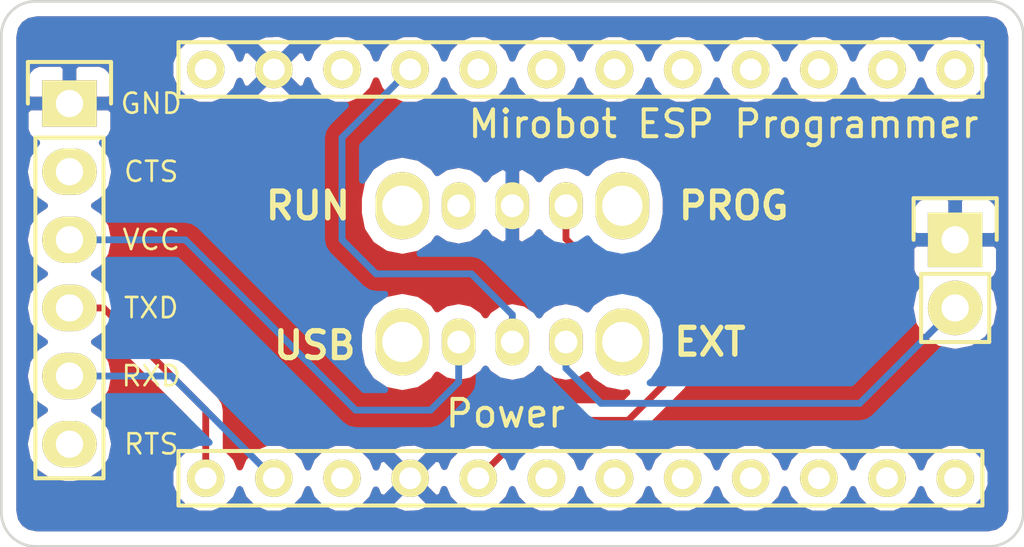
<source format=kicad_pcb>
(kicad_pcb (version 4) (host pcbnew "(2014-12-16 BZR 5324)-product")

  (general
    (links 10)
    (no_connects 0)
    (area 128.219999 93.929999 166.420001 114.350001)
    (thickness 1.6)
    (drawings 20)
    (tracks 28)
    (zones 0)
    (modules 5)
    (nets 8)
  )

  (page A4)
  (layers
    (0 F.Cu signal)
    (31 B.Cu signal)
    (32 B.Adhes user)
    (33 F.Adhes user)
    (34 B.Paste user)
    (35 F.Paste user)
    (36 B.SilkS user)
    (37 F.SilkS user)
    (38 B.Mask user)
    (39 F.Mask user)
    (40 Dwgs.User user)
    (41 Cmts.User user)
    (42 Eco1.User user)
    (43 Eco2.User user)
    (44 Edge.Cuts user)
    (45 Margin user)
    (46 B.CrtYd user)
    (47 F.CrtYd user)
    (48 B.Fab user)
    (49 F.Fab user)
  )

  (setup
    (last_trace_width 0.254)
    (trace_clearance 0.254)
    (zone_clearance 0.508)
    (zone_45_only no)
    (trace_min 0.254)
    (segment_width 0.2)
    (edge_width 0.1)
    (via_size 0.889)
    (via_drill 0.635)
    (via_min_size 0.889)
    (via_min_drill 0.508)
    (uvia_size 0.508)
    (uvia_drill 0.127)
    (uvias_allowed no)
    (uvia_min_size 0.508)
    (uvia_min_drill 0.127)
    (pcb_text_width 0.3)
    (pcb_text_size 1.5 1.5)
    (mod_edge_width 0.15)
    (mod_text_size 1 1)
    (mod_text_width 0.15)
    (pad_size 1.397 1.397)
    (pad_drill 0.8128)
    (pad_to_mask_clearance 0)
    (aux_axis_origin 0 0)
    (visible_elements FFFFFF7F)
    (pcbplotparams
      (layerselection 0x010e0_80000001)
      (usegerberextensions true)
      (excludeedgelayer true)
      (linewidth 0.100000)
      (plotframeref false)
      (viasonmask false)
      (mode 1)
      (useauxorigin false)
      (hpglpennumber 1)
      (hpglpenspeed 20)
      (hpglpendiameter 15)
      (hpglpenoverlay 2)
      (psnegative false)
      (psa4output false)
      (plotreference true)
      (plotvalue true)
      (plotinvisibletext false)
      (padsonsilk false)
      (subtractmaskfromsilk false)
      (outputformat 1)
      (mirror false)
      (drillshape 0)
      (scaleselection 1)
      (outputdirectory output/))
  )

  (net 0 "")
  (net 1 "Net-(IC1-Pad1)")
  (net 2 "Net-(IC1-Pad2)")
  (net 3 "Net-(IC1-Pad21)")
  (net 4 GND)
  (net 5 "Net-(P1-Pad3)")
  (net 6 "Net-(P2-Pad2)")
  (net 7 "Net-(IC1-Pad5)")

  (net_class Default "This is the default net class."
    (clearance 0.254)
    (trace_width 0.254)
    (via_dia 0.889)
    (via_drill 0.635)
    (uvia_dia 0.508)
    (uvia_drill 0.127)
    (add_net GND)
    (add_net "Net-(IC1-Pad1)")
    (add_net "Net-(IC1-Pad2)")
    (add_net "Net-(IC1-Pad21)")
    (add_net "Net-(IC1-Pad5)")
    (add_net "Net-(P1-Pad3)")
    (add_net "Net-(P2-Pad2)")
  )

  (module Pin_Headers:Pin_Header_Straight_1x06 (layer F.Cu) (tedit 5578762C) (tstamp 5578734A)
    (at 130.81 97.79)
    (descr "Through hole pin header")
    (tags "pin header")
    (path /5578734A)
    (fp_text reference P1 (at 0 -5.1) (layer F.SilkS) hide
      (effects (font (size 1 1) (thickness 0.15)))
    )
    (fp_text value CONN_01X06 (at 0 -3.1) (layer F.Fab) hide
      (effects (font (size 1 1) (thickness 0.15)))
    )
    (fp_line (start -1.75 -1.75) (end -1.75 14.45) (layer F.CrtYd) (width 0.05))
    (fp_line (start 1.75 -1.75) (end 1.75 14.45) (layer F.CrtYd) (width 0.05))
    (fp_line (start -1.75 -1.75) (end 1.75 -1.75) (layer F.CrtYd) (width 0.05))
    (fp_line (start -1.75 14.45) (end 1.75 14.45) (layer F.CrtYd) (width 0.05))
    (fp_line (start 1.27 1.27) (end 1.27 13.97) (layer F.SilkS) (width 0.15))
    (fp_line (start 1.27 13.97) (end -1.27 13.97) (layer F.SilkS) (width 0.15))
    (fp_line (start -1.27 13.97) (end -1.27 1.27) (layer F.SilkS) (width 0.15))
    (fp_line (start 1.55 -1.55) (end 1.55 0) (layer F.SilkS) (width 0.15))
    (fp_line (start 1.27 1.27) (end -1.27 1.27) (layer F.SilkS) (width 0.15))
    (fp_line (start -1.55 0) (end -1.55 -1.55) (layer F.SilkS) (width 0.15))
    (fp_line (start -1.55 -1.55) (end 1.55 -1.55) (layer F.SilkS) (width 0.15))
    (pad 1 thru_hole rect (at 0 0) (size 2.032 1.7272) (drill 1.016) (layers *.Cu *.Mask F.SilkS)
      (net 4 GND))
    (pad 2 thru_hole oval (at 0 2.54) (size 2.032 1.7272) (drill 1.016) (layers *.Cu *.Mask F.SilkS))
    (pad 3 thru_hole oval (at 0 5.08) (size 2.032 1.7272) (drill 1.016) (layers *.Cu *.Mask F.SilkS)
      (net 5 "Net-(P1-Pad3)"))
    (pad 4 thru_hole oval (at 0 7.62) (size 2.032 1.7272) (drill 1.016) (layers *.Cu *.Mask F.SilkS)
      (net 1 "Net-(IC1-Pad1)"))
    (pad 5 thru_hole oval (at 0 10.16) (size 2.032 1.7272) (drill 1.016) (layers *.Cu *.Mask F.SilkS)
      (net 2 "Net-(IC1-Pad2)"))
    (pad 6 thru_hole oval (at 0 12.7) (size 2.032 1.7272) (drill 1.016) (layers *.Cu *.Mask F.SilkS))
    (model Pin_Headers.3dshapes/Pin_Header_Straight_1x06.wrl
      (at (xyz 0 -0.25 0))
      (scale (xyz 1 1 1))
      (rotate (xyz 0 0 90))
    )
  )

  (module Pin_Headers:Pin_Header_Straight_1x02 (layer F.Cu) (tedit 5578B456) (tstamp 5578A9FE)
    (at 163.83 102.87)
    (descr "Through hole pin header")
    (tags "pin header")
    (path /5578A9D8)
    (fp_text reference P2 (at 0 -5.1) (layer F.SilkS) hide
      (effects (font (size 1 1) (thickness 0.15)))
    )
    (fp_text value CONN_01X02 (at 0 -3.1) (layer F.Fab) hide
      (effects (font (size 1 1) (thickness 0.15)))
    )
    (fp_line (start 1.27 1.27) (end 1.27 3.81) (layer F.SilkS) (width 0.15))
    (fp_line (start 1.55 -1.55) (end 1.55 0) (layer F.SilkS) (width 0.15))
    (fp_line (start -1.75 -1.75) (end -1.75 4.3) (layer F.CrtYd) (width 0.05))
    (fp_line (start 1.75 -1.75) (end 1.75 4.3) (layer F.CrtYd) (width 0.05))
    (fp_line (start -1.75 -1.75) (end 1.75 -1.75) (layer F.CrtYd) (width 0.05))
    (fp_line (start -1.75 4.3) (end 1.75 4.3) (layer F.CrtYd) (width 0.05))
    (fp_line (start 1.27 1.27) (end -1.27 1.27) (layer F.SilkS) (width 0.15))
    (fp_line (start -1.55 0) (end -1.55 -1.55) (layer F.SilkS) (width 0.15))
    (fp_line (start -1.55 -1.55) (end 1.55 -1.55) (layer F.SilkS) (width 0.15))
    (fp_line (start -1.27 1.27) (end -1.27 3.81) (layer F.SilkS) (width 0.15))
    (fp_line (start -1.27 3.81) (end 1.27 3.81) (layer F.SilkS) (width 0.15))
    (pad 1 thru_hole rect (at 0 0) (size 2.032 2.032) (drill 1.016) (layers *.Cu *.Mask F.SilkS)
      (net 4 GND))
    (pad 2 thru_hole oval (at 0 2.54) (size 2.032 2.032) (drill 1.016) (layers *.Cu *.Mask F.SilkS)
      (net 6 "Net-(P2-Pad2)"))
    (model Pin_Headers.3dshapes/Pin_Header_Straight_1x02.wrl
      (at (xyz 0 -0.05 0))
      (scale (xyz 1 1 1))
      (rotate (xyz 0 0 90))
    )
  )

  (module Mirobot:ARDUINO_PRO_MINI (layer F.Cu) (tedit 55795ED4) (tstamp 55795EBA)
    (at 149.86 104.14)
    (path /55787321)
    (fp_text reference IC1 (at 0 3.81) (layer F.SilkS) hide
      (effects (font (size 1 1) (thickness 0.15)))
    )
    (fp_text value ARDUINO_PRO_MINI_BASIC (at 0 -3.81) (layer F.SilkS) hide
      (effects (font (size 1 1) (thickness 0.15)))
    )
    (fp_line (start 14.986 8.636) (end -14.986 8.636) (layer F.SilkS) (width 0.15))
    (fp_line (start 14.986 6.604) (end 14.986 8.636) (layer F.SilkS) (width 0.15))
    (fp_line (start -14.986 6.604) (end 14.986 6.604) (layer F.SilkS) (width 0.15))
    (fp_line (start -14.986 6.604) (end -14.986 8.636) (layer F.SilkS) (width 0.15))
    (fp_line (start -14.986 8.636) (end -14.986 6.604) (layer F.SilkS) (width 0.15))
    (fp_line (start 14.986 -8.636) (end 14.986 -6.604) (layer F.SilkS) (width 0.15))
    (fp_line (start -14.986 -6.604) (end 14.986 -6.604) (layer F.SilkS) (width 0.15))
    (fp_line (start -14.986 -8.636) (end -14.986 -6.604) (layer F.SilkS) (width 0.15))
    (fp_line (start 14.986 -8.636) (end -14.986 -8.636) (layer F.SilkS) (width 0.15))
    (pad 1 thru_hole circle (at -13.97 7.62) (size 1.397 1.397) (drill 0.8128) (layers *.Cu *.Mask F.SilkS)
      (net 1 "Net-(IC1-Pad1)"))
    (pad 2 thru_hole circle (at -11.43 7.62) (size 1.397 1.397) (drill 0.8128) (layers *.Cu *.Mask F.SilkS)
      (net 2 "Net-(IC1-Pad2)"))
    (pad 3 thru_hole circle (at -8.89 7.62) (size 1.397 1.397) (drill 0.8128) (layers *.Cu *.Mask F.SilkS))
    (pad 4 thru_hole circle (at -6.35 7.62) (size 1.397 1.397) (drill 0.8128) (layers *.Cu *.Mask F.SilkS)
      (net 4 GND))
    (pad 5 thru_hole circle (at -3.81 7.62) (size 1.397 1.397) (drill 0.8128) (layers *.Cu *.Mask F.SilkS)
      (net 7 "Net-(IC1-Pad5)"))
    (pad 6 thru_hole circle (at -1.27 7.62) (size 1.397 1.397) (drill 0.8128) (layers *.Cu *.Mask F.SilkS))
    (pad 7 thru_hole circle (at 1.27 7.62) (size 1.397 1.397) (drill 0.8128) (layers *.Cu *.Mask F.SilkS))
    (pad 8 thru_hole circle (at 3.81 7.62) (size 1.397 1.397) (drill 0.8128) (layers *.Cu *.Mask F.SilkS))
    (pad 9 thru_hole circle (at 6.35 7.62) (size 1.397 1.397) (drill 0.8128) (layers *.Cu *.Mask F.SilkS))
    (pad 10 thru_hole circle (at 8.89 7.62) (size 1.397 1.397) (drill 0.8128) (layers *.Cu *.Mask F.SilkS))
    (pad 11 thru_hole circle (at 11.43 7.62) (size 1.397 1.397) (drill 0.8128) (layers *.Cu *.Mask F.SilkS))
    (pad 12 thru_hole circle (at 13.97 7.62) (size 1.397 1.397) (drill 0.8128) (layers *.Cu *.Mask F.SilkS))
    (pad 13 thru_hole circle (at 13.97 -7.62) (size 1.397 1.397) (drill 0.8128) (layers *.Cu *.Mask F.SilkS))
    (pad 14 thru_hole circle (at 11.43 -7.62) (size 1.397 1.397) (drill 0.8128) (layers *.Cu *.Mask F.SilkS))
    (pad 15 thru_hole circle (at 8.89 -7.62) (size 1.397 1.397) (drill 0.8128) (layers *.Cu *.Mask F.SilkS))
    (pad 16 thru_hole circle (at 6.35 -7.62) (size 1.397 1.397) (drill 0.8128) (layers *.Cu *.Mask F.SilkS))
    (pad 17 thru_hole circle (at 3.81 -7.62) (size 1.397 1.397) (drill 0.8128) (layers *.Cu *.Mask F.SilkS))
    (pad 18 thru_hole circle (at 1.27 -7.62) (size 1.397 1.397) (drill 0.8128) (layers *.Cu *.Mask F.SilkS))
    (pad 19 thru_hole circle (at -1.27 -7.62) (size 1.397 1.397) (drill 0.8128) (layers *.Cu *.Mask F.SilkS))
    (pad 20 thru_hole circle (at -3.81 -7.62) (size 1.397 1.397) (drill 0.8128) (layers *.Cu *.Mask F.SilkS))
    (pad 21 thru_hole circle (at -6.35 -7.62) (size 1.397 1.397) (drill 0.8128) (layers *.Cu *.Mask F.SilkS)
      (net 3 "Net-(IC1-Pad21)"))
    (pad 22 thru_hole circle (at -8.89 -7.62) (size 1.397 1.397) (drill 0.8128) (layers *.Cu *.Mask F.SilkS))
    (pad 23 thru_hole circle (at -11.43 -7.62) (size 1.397 1.397) (drill 0.8128) (layers *.Cu *.Mask F.SilkS)
      (net 4 GND))
    (pad 24 thru_hole circle (at -13.97 -7.62) (size 1.397 1.397) (drill 0.8128) (layers *.Cu *.Mask F.SilkS))
  )

  (module Mirobot:SMALL_SLIDE_SWITCH (layer F.Cu) (tedit 55795EC8) (tstamp 55795ED5)
    (at 147.32 106.68 180)
    (path /557878D6)
    (fp_text reference SW1 (at 0 -3.81 180) (layer F.SilkS) hide
      (effects (font (size 1 1) (thickness 0.15)))
    )
    (fp_text value SWITCH_SPDT (at 0 3.81 180) (layer F.SilkS) hide
      (effects (font (size 1 1) (thickness 0.15)))
    )
    (fp_line (start -4.3 -2.2) (end -4.3 2.2) (layer Cmts.User) (width 0.15))
    (fp_line (start -4.3 2.2) (end 4.3 2.2) (layer Cmts.User) (width 0.15))
    (fp_line (start 4.3 2.2) (end 4.3 -2.2) (layer Cmts.User) (width 0.15))
    (fp_line (start 4.3 -2.2) (end -4.3 -2.2) (layer Cmts.User) (width 0.15))
    (pad 2 thru_hole oval (at 0 0 180) (size 1.25 1.75) (drill 0.85) (layers *.Cu *.Mask F.SilkS)
      (net 3 "Net-(IC1-Pad21)"))
    (pad 1 thru_hole oval (at 2 0 180) (size 1.25 1.75) (drill 0.85) (layers *.Cu *.Mask F.SilkS)
      (net 5 "Net-(P1-Pad3)"))
    (pad 3 thru_hole oval (at -2 0 180) (size 1.25 1.75) (drill 0.85) (layers *.Cu *.Mask F.SilkS)
      (net 6 "Net-(P2-Pad2)"))
    (pad 4 thru_hole oval (at 4.1 0 180) (size 2 2.5) (drill 1.5) (layers *.Cu *.Mask F.SilkS))
    (pad 5 thru_hole oval (at -4.1 0 180) (size 2 2.5) (drill 1.5) (layers *.Cu *.Mask F.SilkS))
  )

  (module Mirobot:SMALL_SLIDE_SWITCH (layer F.Cu) (tedit 55795ECC) (tstamp 55795EDD)
    (at 147.32 101.6)
    (path /557876A1)
    (fp_text reference SW2 (at 0 -3.81) (layer F.SilkS) hide
      (effects (font (size 1 1) (thickness 0.15)))
    )
    (fp_text value SWITCH_SPDT (at 0 3.81) (layer F.SilkS) hide
      (effects (font (size 1 1) (thickness 0.15)))
    )
    (fp_line (start -4.3 -2.2) (end -4.3 2.2) (layer Cmts.User) (width 0.15))
    (fp_line (start -4.3 2.2) (end 4.3 2.2) (layer Cmts.User) (width 0.15))
    (fp_line (start 4.3 2.2) (end 4.3 -2.2) (layer Cmts.User) (width 0.15))
    (fp_line (start 4.3 -2.2) (end -4.3 -2.2) (layer Cmts.User) (width 0.15))
    (pad 2 thru_hole oval (at 0 0) (size 1.25 1.75) (drill 0.85) (layers *.Cu *.Mask F.SilkS)
      (net 4 GND))
    (pad 1 thru_hole oval (at 2 0) (size 1.25 1.75) (drill 0.85) (layers *.Cu *.Mask F.SilkS)
      (net 7 "Net-(IC1-Pad5)"))
    (pad 3 thru_hole oval (at -2 0) (size 1.25 1.75) (drill 0.85) (layers *.Cu *.Mask F.SilkS))
    (pad 4 thru_hole oval (at 4.1 0) (size 2 2.5) (drill 1.5) (layers *.Cu *.Mask F.SilkS))
    (pad 5 thru_hole oval (at -4.1 0) (size 2 2.5) (drill 1.5) (layers *.Cu *.Mask F.SilkS))
  )

  (gr_text Power (at 147.066 109.347) (layer F.SilkS)
    (effects (font (size 1 1) (thickness 0.15)))
  )
  (gr_text "Mirobot ESP Programmer" (at 155.194 98.552) (layer F.SilkS)
    (effects (font (size 1 1) (thickness 0.15)))
  )
  (gr_arc (start 165.1 95.25) (end 165.1 93.98) (angle 90) (layer Edge.Cuts) (width 0.1))
  (gr_arc (start 165.1 113.03) (end 166.37 113.03) (angle 90) (layer Edge.Cuts) (width 0.1))
  (gr_arc (start 129.54 113.03) (end 129.54 114.3) (angle 90) (layer Edge.Cuts) (width 0.1))
  (gr_arc (start 129.54 95.25) (end 128.27 95.25) (angle 90) (layer Edge.Cuts) (width 0.1))
  (gr_text RTS (at 133.858 110.49) (layer F.SilkS)
    (effects (font (size 0.75 0.75) (thickness 0.1)))
  )
  (gr_text RXD (at 133.858 107.95) (layer F.SilkS)
    (effects (font (size 0.75 0.75) (thickness 0.1)))
  )
  (gr_text TXD (at 133.858 105.41) (layer F.SilkS)
    (effects (font (size 0.75 0.75) (thickness 0.1)))
  )
  (gr_text VCC (at 133.858 102.87) (layer F.SilkS)
    (effects (font (size 0.75 0.75) (thickness 0.1)))
  )
  (gr_text CTS (at 133.858 100.33) (layer F.SilkS)
    (effects (font (size 0.75 0.75) (thickness 0.1)))
  )
  (gr_text USB (at 139.954 106.807) (layer F.SilkS)
    (effects (font (size 1 1) (thickness 0.2)))
  )
  (gr_text PROG (at 155.575 101.6) (layer F.SilkS)
    (effects (font (size 1 1) (thickness 0.2)))
  )
  (gr_text "GND\n" (at 133.858 97.79) (layer F.SilkS)
    (effects (font (size 0.75 0.75) (thickness 0.1)))
  )
  (gr_text RUN (at 139.7 101.6) (layer F.SilkS)
    (effects (font (size 1 1) (thickness 0.2)))
  )
  (gr_text EXT (at 154.686 106.68) (layer F.SilkS)
    (effects (font (size 1 1) (thickness 0.2)))
  )
  (gr_line (start 129.54 114.3) (end 165.1 114.3) (angle 90) (layer Edge.Cuts) (width 0.1))
  (gr_line (start 128.27 95.25) (end 128.27 113.03) (angle 90) (layer Edge.Cuts) (width 0.1))
  (gr_line (start 165.1 93.98) (end 129.54 93.98) (angle 90) (layer Edge.Cuts) (width 0.1) (tstamp 557945D6))
  (gr_line (start 166.37 113.03) (end 166.37 95.25) (angle 90) (layer Edge.Cuts) (width 0.1) (tstamp 557945A9))

  (segment (start 130.81 105.41) (end 132.08 105.41) (width 0.254) (layer F.Cu) (net 1) (status 10))
  (segment (start 135.89 109.22) (end 135.89 111.76) (width 0.254) (layer F.Cu) (net 1) (tstamp 55787479) (status 20))
  (segment (start 132.08 105.41) (end 135.89 109.22) (width 0.254) (layer F.Cu) (net 1) (tstamp 55787474))
  (segment (start 130.81 107.95) (end 134.62 107.95) (width 0.254) (layer B.Cu) (net 2) (status 10))
  (segment (start 134.62 107.95) (end 138.43 111.76) (width 0.254) (layer B.Cu) (net 2) (tstamp 5578746A) (status 20))
  (segment (start 147.32 106.68) (end 147.32 105.664) (width 0.254) (layer B.Cu) (net 3))
  (segment (start 140.97 99.06) (end 143.51 96.52) (width 0.254) (layer B.Cu) (net 3) (tstamp 5578B01D))
  (segment (start 140.97 102.87) (end 140.97 99.06) (width 0.254) (layer B.Cu) (net 3) (tstamp 5578B01B))
  (segment (start 142.24 104.14) (end 140.97 102.87) (width 0.254) (layer B.Cu) (net 3) (tstamp 5578B019))
  (segment (start 145.796 104.14) (end 142.24 104.14) (width 0.254) (layer B.Cu) (net 3) (tstamp 5578B017))
  (segment (start 147.32 105.664) (end 145.796 104.14) (width 0.254) (layer B.Cu) (net 3) (tstamp 5578B015))
  (segment (start 130.81 102.87) (end 135.128 102.87) (width 0.254) (layer B.Cu) (net 5))
  (segment (start 145.32 108.172) (end 145.32 106.68) (width 0.254) (layer B.Cu) (net 5) (tstamp 5578B027))
  (segment (start 144.272 109.22) (end 145.32 108.172) (width 0.254) (layer B.Cu) (net 5) (tstamp 5578B025))
  (segment (start 141.478 109.22) (end 144.272 109.22) (width 0.254) (layer B.Cu) (net 5) (tstamp 5578B023))
  (segment (start 135.128 102.87) (end 141.478 109.22) (width 0.254) (layer B.Cu) (net 5) (tstamp 5578B021))
  (segment (start 149.32 106.68) (end 149.32 107.664) (width 0.254) (layer B.Cu) (net 6))
  (segment (start 160.274 108.966) (end 163.83 105.41) (width 0.254) (layer B.Cu) (net 6) (tstamp 5578B0CD))
  (segment (start 150.622 108.966) (end 160.274 108.966) (width 0.254) (layer B.Cu) (net 6) (tstamp 5578B0C9))
  (segment (start 149.32 107.664) (end 150.622 108.966) (width 0.254) (layer B.Cu) (net 6) (tstamp 5578B0C7))
  (segment (start 149.32 101.6) (end 149.32 102.838) (width 0.254) (layer F.Cu) (net 7))
  (segment (start 148.209 109.601) (end 146.05 111.76) (width 0.254) (layer F.Cu) (net 7) (tstamp 55C88E2A))
  (segment (start 151.638 109.601) (end 148.209 109.601) (width 0.254) (layer F.Cu) (net 7) (tstamp 55C88E28))
  (segment (start 153.289 107.95) (end 151.638 109.601) (width 0.254) (layer F.Cu) (net 7) (tstamp 55C88E26))
  (segment (start 153.289 105.156) (end 153.289 107.95) (width 0.254) (layer F.Cu) (net 7) (tstamp 55C88E24))
  (segment (start 152.273 104.14) (end 153.289 105.156) (width 0.254) (layer F.Cu) (net 7) (tstamp 55C88E22))
  (segment (start 150.622 104.14) (end 152.273 104.14) (width 0.254) (layer F.Cu) (net 7) (tstamp 55C88E1F))
  (segment (start 149.32 102.838) (end 150.622 104.14) (width 0.254) (layer F.Cu) (net 7) (tstamp 55C88E1C))

  (zone (net 4) (net_name GND) (layer F.Cu) (tstamp 5578743A) (hatch edge 0.508)
    (connect_pads (clearance 0.508))
    (min_thickness 0.254)
    (fill yes (arc_segments 16) (thermal_gap 0.508) (thermal_bridge_width 0.508))
    (polygon
      (pts
        (xy 166.37 114.3) (xy 128.27 114.3) (xy 128.27 93.98) (xy 166.37 93.98)
      )
    )
    (filled_polygon
      (pts
        (xy 165.685 112.962533) (xy 165.62807 113.248734) (xy 165.513345 113.420433) (xy 165.513345 105.41) (xy 165.38767 104.77819)
        (xy 165.163034 104.441998) (xy 165.205698 104.424327) (xy 165.384327 104.245699) (xy 165.481 104.01231) (xy 165.481 103.759691)
        (xy 165.481 103.15575) (xy 165.481 102.58425) (xy 165.481 101.980309) (xy 165.481 101.72769) (xy 165.384327 101.494301)
        (xy 165.205698 101.315673) (xy 165.163731 101.298289) (xy 165.163731 96.255914) (xy 164.961146 95.76562) (xy 164.586353 95.390173)
        (xy 164.096413 95.186732) (xy 163.565914 95.186269) (xy 163.07562 95.388854) (xy 162.700173 95.763647) (xy 162.559906 96.101446)
        (xy 162.421146 95.76562) (xy 162.046353 95.390173) (xy 161.556413 95.186732) (xy 161.025914 95.186269) (xy 160.53562 95.388854)
        (xy 160.160173 95.763647) (xy 160.019906 96.101446) (xy 159.881146 95.76562) (xy 159.506353 95.390173) (xy 159.016413 95.186732)
        (xy 158.485914 95.186269) (xy 157.99562 95.388854) (xy 157.620173 95.763647) (xy 157.479906 96.101446) (xy 157.341146 95.76562)
        (xy 156.966353 95.390173) (xy 156.476413 95.186732) (xy 155.945914 95.186269) (xy 155.45562 95.388854) (xy 155.080173 95.763647)
        (xy 154.939906 96.101446) (xy 154.801146 95.76562) (xy 154.426353 95.390173) (xy 153.936413 95.186732) (xy 153.405914 95.186269)
        (xy 152.91562 95.388854) (xy 152.540173 95.763647) (xy 152.399906 96.101446) (xy 152.261146 95.76562) (xy 151.886353 95.390173)
        (xy 151.396413 95.186732) (xy 150.865914 95.186269) (xy 150.37562 95.388854) (xy 150.000173 95.763647) (xy 149.859906 96.101446)
        (xy 149.721146 95.76562) (xy 149.346353 95.390173) (xy 148.856413 95.186732) (xy 148.325914 95.186269) (xy 147.83562 95.388854)
        (xy 147.460173 95.763647) (xy 147.319906 96.101446) (xy 147.181146 95.76562) (xy 146.806353 95.390173) (xy 146.316413 95.186732)
        (xy 145.785914 95.186269) (xy 145.29562 95.388854) (xy 144.920173 95.763647) (xy 144.779906 96.101446) (xy 144.641146 95.76562)
        (xy 144.266353 95.390173) (xy 143.776413 95.186732) (xy 143.245914 95.186269) (xy 142.75562 95.388854) (xy 142.380173 95.763647)
        (xy 142.239906 96.101446) (xy 142.101146 95.76562) (xy 141.726353 95.390173) (xy 141.236413 95.186732) (xy 140.705914 95.186269)
        (xy 140.21562 95.388854) (xy 139.840173 95.763647) (xy 139.706686 96.085118) (xy 139.5998 95.827071) (xy 139.364188 95.765417)
        (xy 139.184583 95.945022) (xy 139.184583 95.585812) (xy 139.122929 95.3502) (xy 138.62252 95.174073) (xy 138.092801 95.202852)
        (xy 137.737071 95.3502) (xy 137.675417 95.585812) (xy 138.43 96.340395) (xy 139.184583 95.585812) (xy 139.184583 95.945022)
        (xy 138.609605 96.52) (xy 139.364188 97.274583) (xy 139.5998 97.212929) (xy 139.698083 96.933688) (xy 139.838854 97.27438)
        (xy 140.213647 97.649827) (xy 140.703587 97.853268) (xy 141.234086 97.853731) (xy 141.72438 97.651146) (xy 142.099827 97.276353)
        (xy 142.240093 96.938553) (xy 142.378854 97.27438) (xy 142.753647 97.649827) (xy 143.243587 97.853268) (xy 143.774086 97.853731)
        (xy 144.26438 97.651146) (xy 144.639827 97.276353) (xy 144.780093 96.938553) (xy 144.918854 97.27438) (xy 145.293647 97.649827)
        (xy 145.783587 97.853268) (xy 146.314086 97.853731) (xy 146.80438 97.651146) (xy 147.179827 97.276353) (xy 147.320093 96.938553)
        (xy 147.458854 97.27438) (xy 147.833647 97.649827) (xy 148.323587 97.853268) (xy 148.854086 97.853731) (xy 149.34438 97.651146)
        (xy 149.719827 97.276353) (xy 149.860093 96.938553) (xy 149.998854 97.27438) (xy 150.373647 97.649827) (xy 150.863587 97.853268)
        (xy 151.394086 97.853731) (xy 151.88438 97.651146) (xy 152.259827 97.276353) (xy 152.400093 96.938553) (xy 152.538854 97.27438)
        (xy 152.913647 97.649827) (xy 153.403587 97.853268) (xy 153.934086 97.853731) (xy 154.42438 97.651146) (xy 154.799827 97.276353)
        (xy 154.940093 96.938553) (xy 155.078854 97.27438) (xy 155.453647 97.649827) (xy 155.943587 97.853268) (xy 156.474086 97.853731)
        (xy 156.96438 97.651146) (xy 157.339827 97.276353) (xy 157.480093 96.938553) (xy 157.618854 97.27438) (xy 157.993647 97.649827)
        (xy 158.483587 97.853268) (xy 159.014086 97.853731) (xy 159.50438 97.651146) (xy 159.879827 97.276353) (xy 160.020093 96.938553)
        (xy 160.158854 97.27438) (xy 160.533647 97.649827) (xy 161.023587 97.853268) (xy 161.554086 97.853731) (xy 162.04438 97.651146)
        (xy 162.419827 97.276353) (xy 162.560093 96.938553) (xy 162.698854 97.27438) (xy 163.073647 97.649827) (xy 163.563587 97.853268)
        (xy 164.094086 97.853731) (xy 164.58438 97.651146) (xy 164.959827 97.276353) (xy 165.163268 96.786413) (xy 165.163731 96.255914)
        (xy 165.163731 101.298289) (xy 164.972309 101.219) (xy 164.11575 101.219) (xy 163.957 101.37775) (xy 163.957 102.743)
        (xy 165.32225 102.743) (xy 165.481 102.58425) (xy 165.481 103.15575) (xy 165.32225 102.997) (xy 163.957 102.997)
        (xy 163.957 103.017) (xy 163.703 103.017) (xy 163.703 102.997) (xy 163.703 102.743) (xy 163.703 101.37775)
        (xy 163.54425 101.219) (xy 162.687691 101.219) (xy 162.454302 101.315673) (xy 162.275673 101.494301) (xy 162.179 101.72769)
        (xy 162.179 101.980309) (xy 162.179 102.58425) (xy 162.33775 102.743) (xy 163.703 102.743) (xy 163.703 102.997)
        (xy 162.33775 102.997) (xy 162.179 103.15575) (xy 162.179 103.759691) (xy 162.179 104.01231) (xy 162.275673 104.245699)
        (xy 162.454302 104.424327) (xy 162.496965 104.441998) (xy 162.27233 104.77819) (xy 162.146655 105.41) (xy 162.27233 106.04181)
        (xy 162.630222 106.577433) (xy 163.165845 106.935325) (xy 163.797655 107.061) (xy 163.862345 107.061) (xy 164.494155 106.935325)
        (xy 165.029778 106.577433) (xy 165.38767 106.04181) (xy 165.513345 105.41) (xy 165.513345 113.420433) (xy 165.504168 113.434168)
        (xy 165.318735 113.55807) (xy 165.163731 113.588902) (xy 165.163731 111.495914) (xy 164.961146 111.00562) (xy 164.586353 110.630173)
        (xy 164.096413 110.426732) (xy 163.565914 110.426269) (xy 163.07562 110.628854) (xy 162.700173 111.003647) (xy 162.559906 111.341446)
        (xy 162.421146 111.00562) (xy 162.046353 110.630173) (xy 161.556413 110.426732) (xy 161.025914 110.426269) (xy 160.53562 110.628854)
        (xy 160.160173 111.003647) (xy 160.019906 111.341446) (xy 159.881146 111.00562) (xy 159.506353 110.630173) (xy 159.016413 110.426732)
        (xy 158.485914 110.426269) (xy 157.99562 110.628854) (xy 157.620173 111.003647) (xy 157.479906 111.341446) (xy 157.341146 111.00562)
        (xy 156.966353 110.630173) (xy 156.476413 110.426732) (xy 155.945914 110.426269) (xy 155.45562 110.628854) (xy 155.080173 111.003647)
        (xy 154.939906 111.341446) (xy 154.801146 111.00562) (xy 154.426353 110.630173) (xy 153.936413 110.426732) (xy 153.405914 110.426269)
        (xy 152.91562 110.628854) (xy 152.540173 111.003647) (xy 152.399906 111.341446) (xy 152.261146 111.00562) (xy 151.886353 110.630173)
        (xy 151.396413 110.426732) (xy 150.865914 110.426269) (xy 150.37562 110.628854) (xy 150.000173 111.003647) (xy 149.859906 111.341446)
        (xy 149.721146 111.00562) (xy 149.346353 110.630173) (xy 148.856413 110.426732) (xy 148.461242 110.426387) (xy 148.52463 110.363)
        (xy 151.638 110.363) (xy 151.638 110.362999) (xy 151.929604 110.304996) (xy 151.929605 110.304996) (xy 152.176815 110.139815)
        (xy 153.827815 108.488815) (xy 153.827816 108.488815) (xy 153.992996 108.241605) (xy 153.992997 108.241604) (xy 154.051 107.95)
        (xy 154.051 105.156) (xy 153.992996 104.864396) (xy 153.992996 104.864395) (xy 153.827815 104.617185) (xy 152.811815 103.601185)
        (xy 152.564605 103.436004) (xy 152.273 103.378) (xy 152.074828 103.378) (xy 152.57612 103.043049) (xy 152.930543 102.512616)
        (xy 153.055 101.886929) (xy 153.055 101.313071) (xy 152.930543 100.687384) (xy 152.57612 100.156951) (xy 152.045687 99.802528)
        (xy 151.42 99.678071) (xy 150.794313 99.802528) (xy 150.26388 100.156951) (xy 150.12166 100.369797) (xy 149.802181 100.156329)
        (xy 149.32 100.060417) (xy 148.837819 100.156329) (xy 148.429045 100.429462) (xy 148.316046 100.598576) (xy 148.163748 100.397942)
        (xy 147.735185 100.147525) (xy 147.64154 100.131718) (xy 147.447 100.256098) (xy 147.447 101.473) (xy 147.467 101.473)
        (xy 147.467 101.727) (xy 147.447 101.727) (xy 147.447 102.943902) (xy 147.64154 103.068282) (xy 147.735185 103.052475)
        (xy 148.163748 102.802058) (xy 148.316046 102.601423) (xy 148.429045 102.770538) (xy 148.56229 102.859569) (xy 148.616004 103.129605)
        (xy 148.781185 103.376815) (xy 150.083185 104.678815) (xy 150.330395 104.843996) (xy 150.622 104.902) (xy 150.765171 104.902)
        (xy 150.26388 105.236951) (xy 150.12166 105.449797) (xy 149.802181 105.236329) (xy 149.32 105.140417) (xy 148.837819 105.236329)
        (xy 148.429045 105.509462) (xy 148.32 105.67266) (xy 148.210955 105.509462) (xy 147.802181 105.236329) (xy 147.32 105.140417)
        (xy 147.193 105.165678) (xy 147.193 102.943902) (xy 147.193 101.727) (xy 147.173 101.727) (xy 147.173 101.473)
        (xy 147.193 101.473) (xy 147.193 100.256098) (xy 146.99846 100.131718) (xy 146.904815 100.147525) (xy 146.476252 100.397942)
        (xy 146.323953 100.598576) (xy 146.210955 100.429462) (xy 145.802181 100.156329) (xy 145.32 100.060417) (xy 144.837819 100.156329)
        (xy 144.518339 100.369797) (xy 144.37612 100.156951) (xy 143.845687 99.802528) (xy 143.22 99.678071) (xy 142.594313 99.802528)
        (xy 142.06388 100.156951) (xy 141.709457 100.687384) (xy 141.585 101.313071) (xy 141.585 101.886929) (xy 141.709457 102.512616)
        (xy 142.06388 103.043049) (xy 142.594313 103.397472) (xy 143.22 103.521929) (xy 143.845687 103.397472) (xy 144.37612 103.043049)
        (xy 144.518339 102.830202) (xy 144.837819 103.043671) (xy 145.32 103.139583) (xy 145.802181 103.043671) (xy 146.210955 102.770538)
        (xy 146.323953 102.601423) (xy 146.476252 102.802058) (xy 146.904815 103.052475) (xy 146.99846 103.068282) (xy 147.193 102.943902)
        (xy 147.193 105.165678) (xy 146.837819 105.236329) (xy 146.429045 105.509462) (xy 146.32 105.67266) (xy 146.210955 105.509462)
        (xy 145.802181 105.236329) (xy 145.32 105.140417) (xy 144.837819 105.236329) (xy 144.518339 105.449797) (xy 144.37612 105.236951)
        (xy 143.845687 104.882528) (xy 143.22 104.758071) (xy 142.594313 104.882528) (xy 142.06388 105.236951) (xy 141.709457 105.767384)
        (xy 141.585 106.393071) (xy 141.585 106.966929) (xy 141.709457 107.592616) (xy 142.06388 108.123049) (xy 142.594313 108.477472)
        (xy 143.22 108.601929) (xy 143.845687 108.477472) (xy 144.37612 108.123049) (xy 144.518339 107.910202) (xy 144.837819 108.123671)
        (xy 145.32 108.219583) (xy 145.802181 108.123671) (xy 146.210955 107.850538) (xy 146.32 107.687339) (xy 146.429045 107.850538)
        (xy 146.837819 108.123671) (xy 147.32 108.219583) (xy 147.802181 108.123671) (xy 148.210955 107.850538) (xy 148.32 107.687339)
        (xy 148.429045 107.850538) (xy 148.837819 108.123671) (xy 149.32 108.219583) (xy 149.802181 108.123671) (xy 150.12166 107.910202)
        (xy 150.26388 108.123049) (xy 150.794313 108.477472) (xy 151.42 108.601929) (xy 151.594064 108.567305) (xy 151.322369 108.839)
        (xy 148.209 108.839) (xy 147.917395 108.897004) (xy 147.670185 109.062185) (xy 146.305647 110.426722) (xy 145.785914 110.426269)
        (xy 145.29562 110.628854) (xy 144.920173 111.003647) (xy 144.786686 111.325118) (xy 144.6798 111.067071) (xy 144.444188 111.005417)
        (xy 144.264583 111.185022) (xy 144.264583 110.825812) (xy 144.202929 110.5902) (xy 143.70252 110.414073) (xy 143.172801 110.442852)
        (xy 142.817071 110.5902) (xy 142.755417 110.825812) (xy 143.51 111.580395) (xy 144.264583 110.825812) (xy 144.264583 111.185022)
        (xy 143.689605 111.76) (xy 144.444188 112.514583) (xy 144.6798 112.452929) (xy 144.778083 112.173688) (xy 144.918854 112.51438)
        (xy 145.293647 112.889827) (xy 145.783587 113.093268) (xy 146.314086 113.093731) (xy 146.80438 112.891146) (xy 147.179827 112.516353)
        (xy 147.320093 112.178553) (xy 147.458854 112.51438) (xy 147.833647 112.889827) (xy 148.323587 113.093268) (xy 148.854086 113.093731)
        (xy 149.34438 112.891146) (xy 149.719827 112.516353) (xy 149.860093 112.178553) (xy 149.998854 112.51438) (xy 150.373647 112.889827)
        (xy 150.863587 113.093268) (xy 151.394086 113.093731) (xy 151.88438 112.891146) (xy 152.259827 112.516353) (xy 152.400093 112.178553)
        (xy 152.538854 112.51438) (xy 152.913647 112.889827) (xy 153.403587 113.093268) (xy 153.934086 113.093731) (xy 154.42438 112.891146)
        (xy 154.799827 112.516353) (xy 154.940093 112.178553) (xy 155.078854 112.51438) (xy 155.453647 112.889827) (xy 155.943587 113.093268)
        (xy 156.474086 113.093731) (xy 156.96438 112.891146) (xy 157.339827 112.516353) (xy 157.480093 112.178553) (xy 157.618854 112.51438)
        (xy 157.993647 112.889827) (xy 158.483587 113.093268) (xy 159.014086 113.093731) (xy 159.50438 112.891146) (xy 159.879827 112.516353)
        (xy 160.020093 112.178553) (xy 160.158854 112.51438) (xy 160.533647 112.889827) (xy 161.023587 113.093268) (xy 161.554086 113.093731)
        (xy 162.04438 112.891146) (xy 162.419827 112.516353) (xy 162.560093 112.178553) (xy 162.698854 112.51438) (xy 163.073647 112.889827)
        (xy 163.563587 113.093268) (xy 164.094086 113.093731) (xy 164.58438 112.891146) (xy 164.959827 112.516353) (xy 165.163268 112.026413)
        (xy 165.163731 111.495914) (xy 165.163731 113.588902) (xy 165.032532 113.615) (xy 144.264583 113.615) (xy 144.264583 112.694188)
        (xy 143.51 111.939605) (xy 143.330395 112.11921) (xy 143.330395 111.76) (xy 142.575812 111.005417) (xy 142.3402 111.067071)
        (xy 142.241916 111.346311) (xy 142.101146 111.00562) (xy 141.726353 110.630173) (xy 141.236413 110.426732) (xy 140.705914 110.426269)
        (xy 140.21562 110.628854) (xy 139.840173 111.003647) (xy 139.699906 111.341446) (xy 139.561146 111.00562) (xy 139.186353 110.630173)
        (xy 139.184583 110.629438) (xy 139.184583 97.454188) (xy 138.43 96.699605) (xy 138.250395 96.87921) (xy 138.250395 96.52)
        (xy 137.495812 95.765417) (xy 137.2602 95.827071) (xy 137.161916 96.106311) (xy 137.021146 95.76562) (xy 136.646353 95.390173)
        (xy 136.156413 95.186732) (xy 135.625914 95.186269) (xy 135.13562 95.388854) (xy 134.760173 95.763647) (xy 134.556732 96.253587)
        (xy 134.556269 96.784086) (xy 134.758854 97.27438) (xy 135.133647 97.649827) (xy 135.623587 97.853268) (xy 136.154086 97.853731)
        (xy 136.64438 97.651146) (xy 137.019827 97.276353) (xy 137.153313 96.954881) (xy 137.2602 97.212929) (xy 137.495812 97.274583)
        (xy 138.250395 96.52) (xy 138.250395 96.87921) (xy 137.675417 97.454188) (xy 137.737071 97.6898) (xy 138.23748 97.865927)
        (xy 138.767199 97.837148) (xy 139.122929 97.6898) (xy 139.184583 97.454188) (xy 139.184583 110.629438) (xy 138.696413 110.426732)
        (xy 138.165914 110.426269) (xy 137.67562 110.628854) (xy 137.300173 111.003647) (xy 137.159906 111.341446) (xy 137.021146 111.00562)
        (xy 136.652 110.635829) (xy 136.652 109.22) (xy 136.593996 108.928396) (xy 136.593996 108.928395) (xy 136.527834 108.829376)
        (xy 136.428816 108.681185) (xy 132.618815 104.871185) (xy 132.371605 104.706004) (xy 132.279877 104.687758) (xy 132.054415 104.35033)
        (xy 131.739634 104.14) (xy 132.054415 103.92967) (xy 132.379271 103.443489) (xy 132.493345 102.87) (xy 132.379271 102.296511)
        (xy 132.054415 101.81033) (xy 131.739634 101.6) (xy 132.054415 101.38967) (xy 132.379271 100.903489) (xy 132.493345 100.33)
        (xy 132.379271 99.756511) (xy 132.054415 99.27033) (xy 132.032219 99.255499) (xy 132.185698 99.191927) (xy 132.364327 99.013299)
        (xy 132.461 98.77991) (xy 132.461 98.527291) (xy 132.461 98.07575) (xy 132.461 97.50425) (xy 132.461 97.052709)
        (xy 132.461 96.80009) (xy 132.364327 96.566701) (xy 132.185698 96.388073) (xy 131.952309 96.2914) (xy 131.09575 96.2914)
        (xy 130.937 96.45015) (xy 130.937 97.663) (xy 132.30225 97.663) (xy 132.461 97.50425) (xy 132.461 98.07575)
        (xy 132.30225 97.917) (xy 130.937 97.917) (xy 130.937 97.937) (xy 130.683 97.937) (xy 130.683 97.917)
        (xy 130.683 97.663) (xy 130.683 96.45015) (xy 130.52425 96.2914) (xy 129.667691 96.2914) (xy 129.434302 96.388073)
        (xy 129.255673 96.566701) (xy 129.159 96.80009) (xy 129.159 97.052709) (xy 129.159 97.50425) (xy 129.31775 97.663)
        (xy 130.683 97.663) (xy 130.683 97.917) (xy 129.31775 97.917) (xy 129.159 98.07575) (xy 129.159 98.527291)
        (xy 129.159 98.77991) (xy 129.255673 99.013299) (xy 129.434302 99.191927) (xy 129.58778 99.255499) (xy 129.565585 99.27033)
        (xy 129.240729 99.756511) (xy 129.126655 100.33) (xy 129.240729 100.903489) (xy 129.565585 101.38967) (xy 129.880365 101.6)
        (xy 129.565585 101.81033) (xy 129.240729 102.296511) (xy 129.126655 102.87) (xy 129.240729 103.443489) (xy 129.565585 103.92967)
        (xy 129.880365 104.14) (xy 129.565585 104.35033) (xy 129.240729 104.836511) (xy 129.126655 105.41) (xy 129.240729 105.983489)
        (xy 129.565585 106.46967) (xy 129.880365 106.68) (xy 129.565585 106.89033) (xy 129.240729 107.376511) (xy 129.126655 107.95)
        (xy 129.240729 108.523489) (xy 129.565585 109.00967) (xy 129.880365 109.22) (xy 129.565585 109.43033) (xy 129.240729 109.916511)
        (xy 129.126655 110.49) (xy 129.240729 111.063489) (xy 129.565585 111.54967) (xy 130.051766 111.874526) (xy 130.625255 111.9886)
        (xy 130.994745 111.9886) (xy 131.568234 111.874526) (xy 132.054415 111.54967) (xy 132.379271 111.063489) (xy 132.493345 110.49)
        (xy 132.379271 109.916511) (xy 132.054415 109.43033) (xy 131.739634 109.22) (xy 132.054415 109.00967) (xy 132.379271 108.523489)
        (xy 132.493345 107.95) (xy 132.379271 107.376511) (xy 132.054415 106.89033) (xy 131.739634 106.68) (xy 132.054415 106.46967)
        (xy 132.057469 106.465099) (xy 135.128 109.53563) (xy 135.128 110.63646) (xy 134.760173 111.003647) (xy 134.556732 111.493587)
        (xy 134.556269 112.024086) (xy 134.758854 112.51438) (xy 135.133647 112.889827) (xy 135.623587 113.093268) (xy 136.154086 113.093731)
        (xy 136.64438 112.891146) (xy 137.019827 112.516353) (xy 137.160093 112.178553) (xy 137.298854 112.51438) (xy 137.673647 112.889827)
        (xy 138.163587 113.093268) (xy 138.694086 113.093731) (xy 139.18438 112.891146) (xy 139.559827 112.516353) (xy 139.700093 112.178553)
        (xy 139.838854 112.51438) (xy 140.213647 112.889827) (xy 140.703587 113.093268) (xy 141.234086 113.093731) (xy 141.72438 112.891146)
        (xy 142.099827 112.516353) (xy 142.233313 112.194881) (xy 142.3402 112.452929) (xy 142.575812 112.514583) (xy 143.330395 111.76)
        (xy 143.330395 112.11921) (xy 142.755417 112.694188) (xy 142.817071 112.9298) (xy 143.31748 113.105927) (xy 143.847199 113.077148)
        (xy 144.202929 112.9298) (xy 144.264583 112.694188) (xy 144.264583 113.615) (xy 129.607466 113.615) (xy 129.321265 113.55807)
        (xy 129.135831 113.434168) (xy 129.011929 113.248735) (xy 128.955 112.962532) (xy 128.955 95.317467) (xy 129.011929 95.031264)
        (xy 129.135831 94.845831) (xy 129.321265 94.721929) (xy 129.607466 94.665) (xy 165.032532 94.665) (xy 165.318735 94.721929)
        (xy 165.504168 94.845831) (xy 165.62807 95.031265) (xy 165.685 95.317466) (xy 165.685 112.962533)
      )
    )
  )
  (zone (net 4) (net_name GND) (layer B.Cu) (tstamp 55787449) (hatch edge 0.508)
    (connect_pads (clearance 0.508))
    (min_thickness 0.254)
    (fill yes (arc_segments 16) (thermal_gap 0.508) (thermal_bridge_width 0.508))
    (polygon
      (pts
        (xy 166.37 114.3) (xy 128.27 114.3) (xy 128.27 93.98) (xy 166.37 93.98)
      )
    )
    (filled_polygon
      (pts
        (xy 165.685 112.962533) (xy 165.62807 113.248734) (xy 165.513345 113.420433) (xy 165.513345 105.41) (xy 165.38767 104.77819)
        (xy 165.163034 104.441998) (xy 165.205698 104.424327) (xy 165.384327 104.245699) (xy 165.481 104.01231) (xy 165.481 103.759691)
        (xy 165.481 103.15575) (xy 165.481 102.58425) (xy 165.481 101.980309) (xy 165.481 101.72769) (xy 165.384327 101.494301)
        (xy 165.205698 101.315673) (xy 164.972309 101.219) (xy 164.11575 101.219) (xy 163.957 101.37775) (xy 163.957 102.743)
        (xy 165.32225 102.743) (xy 165.481 102.58425) (xy 165.481 103.15575) (xy 165.32225 102.997) (xy 163.957 102.997)
        (xy 163.957 103.017) (xy 163.703 103.017) (xy 163.703 102.997) (xy 163.703 102.743) (xy 163.703 101.37775)
        (xy 163.54425 101.219) (xy 162.687691 101.219) (xy 162.454302 101.315673) (xy 162.275673 101.494301) (xy 162.179 101.72769)
        (xy 162.179 101.980309) (xy 162.179 102.58425) (xy 162.33775 102.743) (xy 163.703 102.743) (xy 163.703 102.997)
        (xy 162.33775 102.997) (xy 162.179 103.15575) (xy 162.179 103.759691) (xy 162.179 104.01231) (xy 162.275673 104.245699)
        (xy 162.454302 104.424327) (xy 162.496965 104.441998) (xy 162.27233 104.77819) (xy 162.146655 105.41) (xy 162.247149 105.915219)
        (xy 159.958369 108.204) (xy 152.454967 108.204) (xy 152.57612 108.123049) (xy 152.930543 107.592616) (xy 153.055 106.966929)
        (xy 153.055 106.393071) (xy 153.055 101.886929) (xy 153.055 101.313071) (xy 152.930543 100.687384) (xy 152.57612 100.156951)
        (xy 152.045687 99.802528) (xy 151.42 99.678071) (xy 150.794313 99.802528) (xy 150.26388 100.156951) (xy 150.12166 100.369797)
        (xy 149.802181 100.156329) (xy 149.32 100.060417) (xy 148.837819 100.156329) (xy 148.429045 100.429462) (xy 148.316046 100.598576)
        (xy 148.163748 100.397942) (xy 147.735185 100.147525) (xy 147.64154 100.131718) (xy 147.447 100.256098) (xy 147.447 101.473)
        (xy 147.467 101.473) (xy 147.467 101.727) (xy 147.447 101.727) (xy 147.447 102.943902) (xy 147.64154 103.068282)
        (xy 147.735185 103.052475) (xy 148.163748 102.802058) (xy 148.316046 102.601423) (xy 148.429045 102.770538) (xy 148.837819 103.043671)
        (xy 149.32 103.139583) (xy 149.802181 103.043671) (xy 150.12166 102.830202) (xy 150.26388 103.043049) (xy 150.794313 103.397472)
        (xy 151.42 103.521929) (xy 152.045687 103.397472) (xy 152.57612 103.043049) (xy 152.930543 102.512616) (xy 153.055 101.886929)
        (xy 153.055 106.393071) (xy 152.930543 105.767384) (xy 152.57612 105.236951) (xy 152.045687 104.882528) (xy 151.42 104.758071)
        (xy 150.794313 104.882528) (xy 150.26388 105.236951) (xy 150.12166 105.449797) (xy 149.802181 105.236329) (xy 149.32 105.140417)
        (xy 148.837819 105.236329) (xy 148.429045 105.509462) (xy 148.32 105.67266) (xy 148.210955 105.509462) (xy 148.026782 105.386402)
        (xy 148.023996 105.372395) (xy 147.858815 105.125185) (xy 147.858815 105.125184) (xy 146.334815 103.601185) (xy 146.087605 103.436004)
        (xy 145.796 103.378) (xy 143.874828 103.378) (xy 144.37612 103.043049) (xy 144.518339 102.830202) (xy 144.837819 103.043671)
        (xy 145.32 103.139583) (xy 145.802181 103.043671) (xy 146.210955 102.770538) (xy 146.323953 102.601423) (xy 146.476252 102.802058)
        (xy 146.904815 103.052475) (xy 146.99846 103.068282) (xy 147.193 102.943902) (xy 147.193 101.727) (xy 147.173 101.727)
        (xy 147.173 101.473) (xy 147.193 101.473) (xy 147.193 100.256098) (xy 146.99846 100.131718) (xy 146.904815 100.147525)
        (xy 146.476252 100.397942) (xy 146.323953 100.598576) (xy 146.210955 100.429462) (xy 145.802181 100.156329) (xy 145.32 100.060417)
        (xy 144.837819 100.156329) (xy 144.518339 100.369797) (xy 144.37612 100.156951) (xy 143.845687 99.802528) (xy 143.22 99.678071)
        (xy 142.594313 99.802528) (xy 142.06388 100.156951) (xy 141.732 100.653645) (xy 141.732 99.37563) (xy 143.254353 97.853277)
        (xy 143.774086 97.853731) (xy 144.26438 97.651146) (xy 144.639827 97.276353) (xy 144.780093 96.938553) (xy 144.918854 97.27438)
        (xy 145.293647 97.649827) (xy 145.783587 97.853268) (xy 146.314086 97.853731) (xy 146.80438 97.651146) (xy 147.179827 97.276353)
        (xy 147.320093 96.938553) (xy 147.458854 97.27438) (xy 147.833647 97.649827) (xy 148.323587 97.853268) (xy 148.854086 97.853731)
        (xy 149.34438 97.651146) (xy 149.719827 97.276353) (xy 149.860093 96.938553) (xy 149.998854 97.27438) (xy 150.373647 97.649827)
        (xy 150.863587 97.853268) (xy 151.394086 97.853731) (xy 151.88438 97.651146) (xy 152.259827 97.276353) (xy 152.400093 96.938553)
        (xy 152.538854 97.27438) (xy 152.913647 97.649827) (xy 153.403587 97.853268) (xy 153.934086 97.853731) (xy 154.42438 97.651146)
        (xy 154.799827 97.276353) (xy 154.940093 96.938553) (xy 155.078854 97.27438) (xy 155.453647 97.649827) (xy 155.943587 97.853268)
        (xy 156.474086 97.853731) (xy 156.96438 97.651146) (xy 157.339827 97.276353) (xy 157.480093 96.938553) (xy 157.618854 97.27438)
        (xy 157.993647 97.649827) (xy 158.483587 97.853268) (xy 159.014086 97.853731) (xy 159.50438 97.651146) (xy 159.879827 97.276353)
        (xy 160.020093 96.938553) (xy 160.158854 97.27438) (xy 160.533647 97.649827) (xy 161.023587 97.853268) (xy 161.554086 97.853731)
        (xy 162.04438 97.651146) (xy 162.419827 97.276353) (xy 162.560093 96.938553) (xy 162.698854 97.27438) (xy 163.073647 97.649827)
        (xy 163.563587 97.853268) (xy 164.094086 97.853731) (xy 164.58438 97.651146) (xy 164.959827 97.276353) (xy 165.163268 96.786413)
        (xy 165.163731 96.255914) (xy 164.961146 95.76562) (xy 164.586353 95.390173) (xy 164.096413 95.186732) (xy 163.565914 95.186269)
        (xy 163.07562 95.388854) (xy 162.700173 95.763647) (xy 162.559906 96.101446) (xy 162.421146 95.76562) (xy 162.046353 95.390173)
        (xy 161.556413 95.186732) (xy 161.025914 95.186269) (xy 160.53562 95.388854) (xy 160.160173 95.763647) (xy 160.019906 96.101446)
        (xy 159.881146 95.76562) (xy 159.506353 95.390173) (xy 159.016413 95.186732) (xy 158.485914 95.186269) (xy 157.99562 95.388854)
        (xy 157.620173 95.763647) (xy 157.479906 96.101446) (xy 157.341146 95.76562) (xy 156.966353 95.390173) (xy 156.476413 95.186732)
        (xy 155.945914 95.186269) (xy 155.45562 95.388854) (xy 155.080173 95.763647) (xy 154.939906 96.101446) (xy 154.801146 95.76562)
        (xy 154.426353 95.390173) (xy 153.936413 95.186732) (xy 153.405914 95.186269) (xy 152.91562 95.388854) (xy 152.540173 95.763647)
        (xy 152.399906 96.101446) (xy 152.261146 95.76562) (xy 151.886353 95.390173) (xy 151.396413 95.186732) (xy 150.865914 95.186269)
        (xy 150.37562 95.388854) (xy 150.000173 95.763647) (xy 149.859906 96.101446) (xy 149.721146 95.76562) (xy 149.346353 95.390173)
        (xy 148.856413 95.186732) (xy 148.325914 95.186269) (xy 147.83562 95.388854) (xy 147.460173 95.763647) (xy 147.319906 96.101446)
        (xy 147.181146 95.76562) (xy 146.806353 95.390173) (xy 146.316413 95.186732) (xy 145.785914 95.186269) (xy 145.29562 95.388854)
        (xy 144.920173 95.763647) (xy 144.779906 96.101446) (xy 144.641146 95.76562) (xy 144.266353 95.390173) (xy 143.776413 95.186732)
        (xy 143.245914 95.186269) (xy 142.75562 95.388854) (xy 142.380173 95.763647) (xy 142.239906 96.101446) (xy 142.101146 95.76562)
        (xy 141.726353 95.390173) (xy 141.236413 95.186732) (xy 140.705914 95.186269) (xy 140.21562 95.388854) (xy 139.840173 95.763647)
        (xy 139.706686 96.085118) (xy 139.5998 95.827071) (xy 139.364188 95.765417) (xy 139.184583 95.945022) (xy 139.184583 95.585812)
        (xy 139.122929 95.3502) (xy 138.62252 95.174073) (xy 138.092801 95.202852) (xy 137.737071 95.3502) (xy 137.675417 95.585812)
        (xy 138.43 96.340395) (xy 139.184583 95.585812) (xy 139.184583 95.945022) (xy 138.609605 96.52) (xy 139.364188 97.274583)
        (xy 139.5998 97.212929) (xy 139.698083 96.933688) (xy 139.838854 97.27438) (xy 140.213647 97.649827) (xy 140.703587 97.853268)
        (xy 141.098756 97.853612) (xy 140.431185 98.521185) (xy 140.266004 98.768395) (xy 140.208 99.06) (xy 140.208 102.87)
        (xy 140.266004 103.161605) (xy 140.431185 103.408815) (xy 141.701184 104.678815) (xy 141.701185 104.678815) (xy 141.948395 104.843996)
        (xy 142.24 104.902) (xy 142.565171 104.902) (xy 142.06388 105.236951) (xy 141.709457 105.767384) (xy 141.585 106.393071)
        (xy 141.585 106.966929) (xy 141.709457 107.592616) (xy 142.06388 108.123049) (xy 142.565171 108.458) (xy 141.79363 108.458)
        (xy 139.184583 105.848953) (xy 139.184583 97.454188) (xy 138.43 96.699605) (xy 138.250395 96.87921) (xy 138.250395 96.52)
        (xy 137.495812 95.765417) (xy 137.2602 95.827071) (xy 137.161916 96.106311) (xy 137.021146 95.76562) (xy 136.646353 95.390173)
        (xy 136.156413 95.186732) (xy 135.625914 95.186269) (xy 135.13562 95.388854) (xy 134.760173 95.763647) (xy 134.556732 96.253587)
        (xy 134.556269 96.784086) (xy 134.758854 97.27438) (xy 135.133647 97.649827) (xy 135.623587 97.853268) (xy 136.154086 97.853731)
        (xy 136.64438 97.651146) (xy 137.019827 97.276353) (xy 137.153313 96.954881) (xy 137.2602 97.212929) (xy 137.495812 97.274583)
        (xy 138.250395 96.52) (xy 138.250395 96.87921) (xy 137.675417 97.454188) (xy 137.737071 97.6898) (xy 138.23748 97.865927)
        (xy 138.767199 97.837148) (xy 139.122929 97.6898) (xy 139.184583 97.454188) (xy 139.184583 105.848953) (xy 135.666815 102.331185)
        (xy 135.419605 102.166004) (xy 135.128 102.108) (xy 132.253311 102.108) (xy 132.054415 101.81033) (xy 131.739634 101.6)
        (xy 132.054415 101.38967) (xy 132.379271 100.903489) (xy 132.493345 100.33) (xy 132.379271 99.756511) (xy 132.054415 99.27033)
        (xy 132.032219 99.255499) (xy 132.185698 99.191927) (xy 132.364327 99.013299) (xy 132.461 98.77991) (xy 132.461 98.527291)
        (xy 132.461 98.07575) (xy 132.461 97.50425) (xy 132.461 97.052709) (xy 132.461 96.80009) (xy 132.364327 96.566701)
        (xy 132.185698 96.388073) (xy 131.952309 96.2914) (xy 131.09575 96.2914) (xy 130.937 96.45015) (xy 130.937 97.663)
        (xy 132.30225 97.663) (xy 132.461 97.50425) (xy 132.461 98.07575) (xy 132.30225 97.917) (xy 130.937 97.917)
        (xy 130.937 97.937) (xy 130.683 97.937) (xy 130.683 97.917) (xy 130.683 97.663) (xy 130.683 96.45015)
        (xy 130.52425 96.2914) (xy 129.667691 96.2914) (xy 129.434302 96.388073) (xy 129.255673 96.566701) (xy 129.159 96.80009)
        (xy 129.159 97.052709) (xy 129.159 97.50425) (xy 129.31775 97.663) (xy 130.683 97.663) (xy 130.683 97.917)
        (xy 129.31775 97.917) (xy 129.159 98.07575) (xy 129.159 98.527291) (xy 129.159 98.77991) (xy 129.255673 99.013299)
        (xy 129.434302 99.191927) (xy 129.58778 99.255499) (xy 129.565585 99.27033) (xy 129.240729 99.756511) (xy 129.126655 100.33)
        (xy 129.240729 100.903489) (xy 129.565585 101.38967) (xy 129.880365 101.6) (xy 129.565585 101.81033) (xy 129.240729 102.296511)
        (xy 129.126655 102.87) (xy 129.240729 103.443489) (xy 129.565585 103.92967) (xy 129.880365 104.14) (xy 129.565585 104.35033)
        (xy 129.240729 104.836511) (xy 129.126655 105.41) (xy 129.240729 105.983489) (xy 129.565585 106.46967) (xy 129.880365 106.68)
        (xy 129.565585 106.89033) (xy 129.240729 107.376511) (xy 129.126655 107.95) (xy 129.240729 108.523489) (xy 129.565585 109.00967)
        (xy 129.880365 109.22) (xy 129.565585 109.43033) (xy 129.240729 109.916511) (xy 129.126655 110.49) (xy 129.240729 111.063489)
        (xy 129.565585 111.54967) (xy 130.051766 111.874526) (xy 130.625255 111.9886) (xy 130.994745 111.9886) (xy 131.568234 111.874526)
        (xy 132.054415 111.54967) (xy 132.379271 111.063489) (xy 132.493345 110.49) (xy 132.379271 109.916511) (xy 132.054415 109.43033)
        (xy 131.739634 109.22) (xy 132.054415 109.00967) (xy 132.253311 108.712) (xy 134.304369 108.712) (xy 136.018981 110.426612)
        (xy 135.625914 110.426269) (xy 135.13562 110.628854) (xy 134.760173 111.003647) (xy 134.556732 111.493587) (xy 134.556269 112.024086)
        (xy 134.758854 112.51438) (xy 135.133647 112.889827) (xy 135.623587 113.093268) (xy 136.154086 113.093731) (xy 136.64438 112.891146)
        (xy 137.019827 112.516353) (xy 137.160093 112.178553) (xy 137.298854 112.51438) (xy 137.673647 112.889827) (xy 138.163587 113.093268)
        (xy 138.694086 113.093731) (xy 139.18438 112.891146) (xy 139.559827 112.516353) (xy 139.700093 112.178553) (xy 139.838854 112.51438)
        (xy 140.213647 112.889827) (xy 140.703587 113.093268) (xy 141.234086 113.093731) (xy 141.72438 112.891146) (xy 142.099827 112.516353)
        (xy 142.233313 112.194881) (xy 142.3402 112.452929) (xy 142.575812 112.514583) (xy 143.330395 111.76) (xy 142.575812 111.005417)
        (xy 142.3402 111.067071) (xy 142.241916 111.346311) (xy 142.101146 111.00562) (xy 141.726353 110.630173) (xy 141.236413 110.426732)
        (xy 140.705914 110.426269) (xy 140.21562 110.628854) (xy 139.840173 111.003647) (xy 139.699906 111.341446) (xy 139.561146 111.00562)
        (xy 139.186353 110.630173) (xy 138.696413 110.426732) (xy 138.173906 110.426275) (xy 135.158815 107.411185) (xy 134.911605 107.246004)
        (xy 134.62 107.188) (xy 132.253311 107.188) (xy 132.054415 106.89033) (xy 131.739634 106.68) (xy 132.054415 106.46967)
        (xy 132.379271 105.983489) (xy 132.493345 105.41) (xy 132.379271 104.836511) (xy 132.054415 104.35033) (xy 131.739634 104.14)
        (xy 132.054415 103.92967) (xy 132.253311 103.632) (xy 134.81237 103.632) (xy 140.939185 109.758815) (xy 141.186395 109.923996)
        (xy 141.478 109.982) (xy 144.272 109.982) (xy 144.272 109.981999) (xy 144.563604 109.923996) (xy 144.563605 109.923996)
        (xy 144.810815 109.758815) (xy 145.858815 108.710815) (xy 146.023996 108.463605) (xy 146.023996 108.463604) (xy 146.082 108.172)
        (xy 146.082 107.936702) (xy 146.210955 107.850538) (xy 146.32 107.687339) (xy 146.429045 107.850538) (xy 146.837819 108.123671)
        (xy 147.32 108.219583) (xy 147.802181 108.123671) (xy 148.210955 107.850538) (xy 148.32 107.687339) (xy 148.429045 107.850538)
        (xy 148.63997 107.991473) (xy 148.639971 107.991474) (xy 148.781185 108.202815) (xy 150.083185 109.504815) (xy 150.330395 109.669996)
        (xy 150.622 109.728) (xy 160.274 109.728) (xy 160.274 109.727999) (xy 160.565604 109.669996) (xy 160.565605 109.669996)
        (xy 160.812815 109.504815) (xy 163.346392 106.971238) (xy 163.797655 107.061) (xy 163.862345 107.061) (xy 164.494155 106.935325)
        (xy 165.029778 106.577433) (xy 165.38767 106.04181) (xy 165.513345 105.41) (xy 165.513345 113.420433) (xy 165.504168 113.434168)
        (xy 165.318735 113.55807) (xy 165.163731 113.588902) (xy 165.163731 111.495914) (xy 164.961146 111.00562) (xy 164.586353 110.630173)
        (xy 164.096413 110.426732) (xy 163.565914 110.426269) (xy 163.07562 110.628854) (xy 162.700173 111.003647) (xy 162.559906 111.341446)
        (xy 162.421146 111.00562) (xy 162.046353 110.630173) (xy 161.556413 110.426732) (xy 161.025914 110.426269) (xy 160.53562 110.628854)
        (xy 160.160173 111.003647) (xy 160.019906 111.341446) (xy 159.881146 111.00562) (xy 159.506353 110.630173) (xy 159.016413 110.426732)
        (xy 158.485914 110.426269) (xy 157.99562 110.628854) (xy 157.620173 111.003647) (xy 157.479906 111.341446) (xy 157.341146 111.00562)
        (xy 156.966353 110.630173) (xy 156.476413 110.426732) (xy 155.945914 110.426269) (xy 155.45562 110.628854) (xy 155.080173 111.003647)
        (xy 154.939906 111.341446) (xy 154.801146 111.00562) (xy 154.426353 110.630173) (xy 153.936413 110.426732) (xy 153.405914 110.426269)
        (xy 152.91562 110.628854) (xy 152.540173 111.003647) (xy 152.399906 111.341446) (xy 152.261146 111.00562) (xy 151.886353 110.630173)
        (xy 151.396413 110.426732) (xy 150.865914 110.426269) (xy 150.37562 110.628854) (xy 150.000173 111.003647) (xy 149.859906 111.341446)
        (xy 149.721146 111.00562) (xy 149.346353 110.630173) (xy 148.856413 110.426732) (xy 148.325914 110.426269) (xy 147.83562 110.628854)
        (xy 147.460173 111.003647) (xy 147.319906 111.341446) (xy 147.181146 111.00562) (xy 146.806353 110.630173) (xy 146.316413 110.426732)
        (xy 145.785914 110.426269) (xy 145.29562 110.628854) (xy 144.920173 111.003647) (xy 144.786686 111.325118) (xy 144.6798 111.067071)
        (xy 144.444188 111.005417) (xy 144.264583 111.185022) (xy 144.264583 110.825812) (xy 144.202929 110.5902) (xy 143.70252 110.414073)
        (xy 143.172801 110.442852) (xy 142.817071 110.5902) (xy 142.755417 110.825812) (xy 143.51 111.580395) (xy 144.264583 110.825812)
        (xy 144.264583 111.185022) (xy 143.689605 111.76) (xy 144.444188 112.514583) (xy 144.6798 112.452929) (xy 144.778083 112.173688)
        (xy 144.918854 112.51438) (xy 145.293647 112.889827) (xy 145.783587 113.093268) (xy 146.314086 113.093731) (xy 146.80438 112.891146)
        (xy 147.179827 112.516353) (xy 147.320093 112.178553) (xy 147.458854 112.51438) (xy 147.833647 112.889827) (xy 148.323587 113.093268)
        (xy 148.854086 113.093731) (xy 149.34438 112.891146) (xy 149.719827 112.516353) (xy 149.860093 112.178553) (xy 149.998854 112.51438)
        (xy 150.373647 112.889827) (xy 150.863587 113.093268) (xy 151.394086 113.093731) (xy 151.88438 112.891146) (xy 152.259827 112.516353)
        (xy 152.400093 112.178553) (xy 152.538854 112.51438) (xy 152.913647 112.889827) (xy 153.403587 113.093268) (xy 153.934086 113.093731)
        (xy 154.42438 112.891146) (xy 154.799827 112.516353) (xy 154.940093 112.178553) (xy 155.078854 112.51438) (xy 155.453647 112.889827)
        (xy 155.943587 113.093268) (xy 156.474086 113.093731) (xy 156.96438 112.891146) (xy 157.339827 112.516353) (xy 157.480093 112.178553)
        (xy 157.618854 112.51438) (xy 157.993647 112.889827) (xy 158.483587 113.093268) (xy 159.014086 113.093731) (xy 159.50438 112.891146)
        (xy 159.879827 112.516353) (xy 160.020093 112.178553) (xy 160.158854 112.51438) (xy 160.533647 112.889827) (xy 161.023587 113.093268)
        (xy 161.554086 113.093731) (xy 162.04438 112.891146) (xy 162.419827 112.516353) (xy 162.560093 112.178553) (xy 162.698854 112.51438)
        (xy 163.073647 112.889827) (xy 163.563587 113.093268) (xy 164.094086 113.093731) (xy 164.58438 112.891146) (xy 164.959827 112.516353)
        (xy 165.163268 112.026413) (xy 165.163731 111.495914) (xy 165.163731 113.588902) (xy 165.032532 113.615) (xy 144.264583 113.615)
        (xy 144.264583 112.694188) (xy 143.51 111.939605) (xy 142.755417 112.694188) (xy 142.817071 112.9298) (xy 143.31748 113.105927)
        (xy 143.847199 113.077148) (xy 144.202929 112.9298) (xy 144.264583 112.694188) (xy 144.264583 113.615) (xy 129.607466 113.615)
        (xy 129.321265 113.55807) (xy 129.135831 113.434168) (xy 129.011929 113.248735) (xy 128.955 112.962532) (xy 128.955 95.317467)
        (xy 129.011929 95.031264) (xy 129.135831 94.845831) (xy 129.321265 94.721929) (xy 129.607466 94.665) (xy 165.032532 94.665)
        (xy 165.318735 94.721929) (xy 165.504168 94.845831) (xy 165.62807 95.031265) (xy 165.685 95.317466) (xy 165.685 112.962533)
      )
    )
  )
)

</source>
